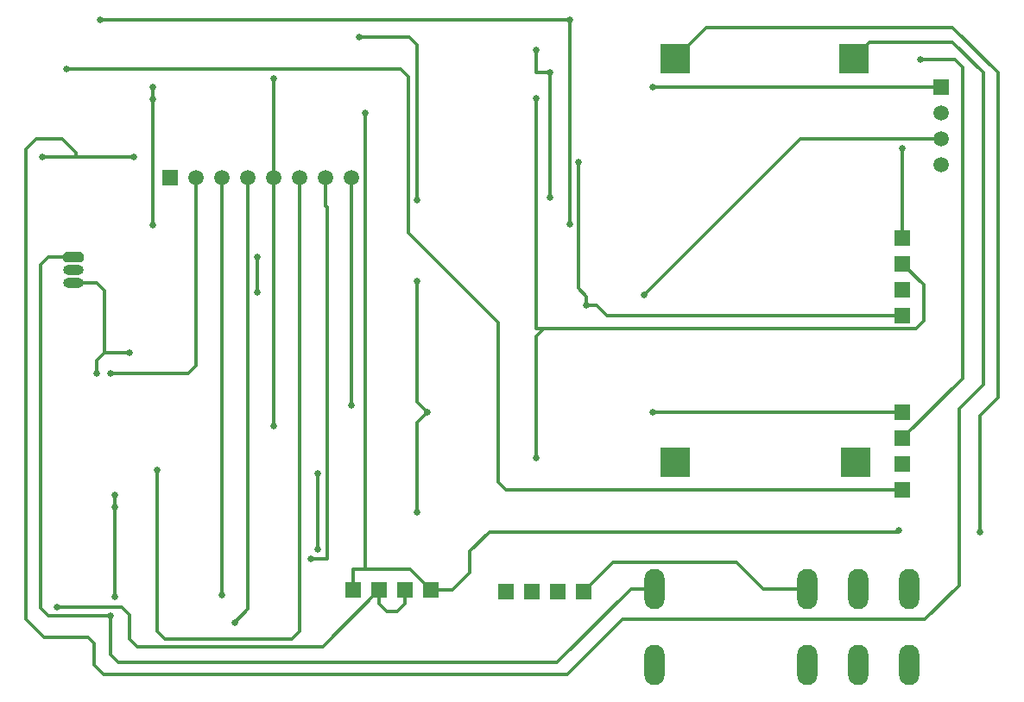
<source format=gbr>
G04 DipTrace 2.4.0.2*
%INBottom.gbr*%
%MOMM*%
%ADD12C,0.38*%
%ADD18R,1.5X1.5*%
%ADD19C,1.5*%
%ADD20O,1.981X3.981*%
%ADD23O,2.0X1.0*%
%ADD27R,3.0X3.0*%
%ADD28C,0.635*%
%FSLAX53Y53*%
G04*
G71*
G90*
G75*
G01*
%LNBottom*%
%LPD*%
X102118Y56042D2*
D12*
X73154D1*
X72174Y57023D1*
X71159D1*
Y57910D1*
X70372Y58697D1*
Y71096D1*
X66237Y77310D2*
Y54766D1*
X66281Y54722D1*
X66997D1*
X103438D1*
X104198Y55482D1*
Y59042D1*
X102118Y61122D1*
X66237Y42086D2*
Y53962D1*
X66997Y54722D1*
X36656Y25877D2*
X37976Y27197D1*
Y69537D1*
X24467Y50322D2*
X32136D1*
X32896Y51082D1*
Y69537D1*
X35436Y28612D2*
Y69537D1*
X24889Y38400D2*
Y37180D1*
Y28412D1*
X48136Y47233D2*
Y69537D1*
X44091Y32161D2*
X45696D1*
Y66647D1*
X45596Y66748D1*
Y69537D1*
X43056D2*
Y25039D1*
X42296Y24279D1*
X29842D1*
X29082Y25039D1*
Y40837D1*
X40516Y79313D2*
Y69537D1*
Y45147D1*
X48296Y29052D2*
Y31132D1*
X49456D1*
X53836D1*
X55916Y29052D1*
X49456Y31132D2*
Y75897D1*
X55916Y29052D2*
X57981D1*
X59728Y30798D1*
Y32862D1*
X61633Y34768D1*
X101642D1*
X101801Y34926D1*
X109739Y34768D2*
Y46199D1*
X111486Y47945D1*
Y79857D1*
X107040Y84303D1*
X82908D1*
X79891Y81286D1*
X17813Y71618D2*
X21054D1*
X26738D1*
X21054D2*
Y72012D1*
X19718Y73348D1*
X17178D1*
X16226Y72395D1*
Y26194D1*
X17972Y24448D1*
X22259D1*
X22894Y23813D1*
Y21749D1*
X23846Y20796D1*
X69254D1*
X74652Y26194D1*
X104341D1*
X107675Y29528D1*
Y46834D1*
X110057Y49215D1*
Y79857D1*
X107040Y82874D1*
X98943D1*
X97355Y81286D1*
X19261Y27399D2*
X25573D1*
X26333Y26639D1*
Y24279D1*
X27093Y23519D1*
X45303D1*
X50836Y29052D1*
Y27732D1*
X51596Y26972D1*
X52616D1*
X53376Y27732D1*
Y29052D1*
X23147Y50322D2*
Y51625D1*
X23907Y52385D1*
Y58458D1*
X23147Y59218D1*
X20830D1*
X23907Y52385D2*
X26370D1*
X20830Y61758D2*
X18373D1*
X17613Y60998D1*
Y27272D1*
X18373Y26512D1*
X24500D1*
Y22759D1*
X25260Y21999D1*
X68295D1*
X75507Y29211D1*
X77827D1*
X105929Y78428D2*
X77694D1*
X76806Y58038D2*
X92117Y73348D1*
X105929D1*
X54575Y59410D2*
Y47531D1*
X55590Y46516D1*
X54575Y45501D1*
Y36673D1*
X48878Y83352D2*
X53815D1*
X54575Y82592D1*
Y67330D1*
X67579Y67654D2*
Y79857D1*
X66237D1*
Y82065D1*
X28618Y78482D2*
Y77262D1*
Y64901D1*
X23427Y85097D2*
X69485D1*
Y64962D1*
X20179Y80200D2*
X52928D1*
X53688Y79440D1*
Y64141D1*
X62518Y55311D1*
Y39656D1*
X63278Y38896D1*
X102118D1*
X103893Y81123D2*
X107249D1*
X108009Y80363D1*
Y49866D1*
X102118Y43976D1*
X77694Y46516D2*
X102118D1*
X92839Y29211D2*
X88460D1*
X85900Y31771D1*
X73719D1*
X70841Y28893D1*
X102118Y63662D2*
Y72461D1*
X44809Y40530D2*
Y33048D1*
X38863Y58317D2*
Y61781D1*
D28*
X70372Y71096D3*
X71159Y57023D3*
X66237Y77310D3*
Y42086D3*
X36656Y25877D3*
X24467Y50322D3*
X35436Y28612D3*
X24889Y37180D3*
Y28412D3*
Y38400D3*
X48136Y47233D3*
X44091Y32161D3*
X29082Y40837D3*
X40516Y45147D3*
Y79313D3*
X49456Y75897D3*
X26738Y71618D3*
X17813D3*
X19261Y27399D3*
X23147Y50322D3*
X26370Y52385D3*
X24500Y26512D3*
X77694Y78428D3*
X76806Y58038D3*
X55590Y46516D3*
X54575Y59410D3*
Y36673D3*
Y67330D3*
X48878Y83352D3*
X66237Y82065D3*
X67579Y67654D3*
Y79857D3*
X28618Y64901D3*
Y78482D3*
Y77262D3*
X69485Y64962D3*
X23427Y85097D3*
X69485D3*
X20179Y80200D3*
X103893Y81123D3*
X77694Y46516D3*
X102118Y72461D3*
X44809Y33048D3*
Y40530D3*
X38863Y61781D3*
Y58317D3*
X101801Y34926D3*
X109739Y34768D3*
D18*
X102118Y38896D3*
Y41436D3*
Y43976D3*
Y46516D3*
Y56042D3*
Y58582D3*
Y61122D3*
Y63662D3*
X48296Y29052D3*
X50836D3*
X53376D3*
X55916D3*
X63220Y28893D3*
X65760D3*
X68300D3*
X70841D3*
X105929Y78428D3*
D19*
Y75888D3*
Y73348D3*
Y70808D3*
D20*
X77827Y29211D3*
Y21718D3*
X92839Y29211D3*
X97817D3*
X102821D3*
X92839Y21718D3*
X97817D3*
X102821D3*
G36*
X20080Y62258D2*
X19830Y62008D1*
Y61508D1*
X20080Y61258D1*
X21580D1*
X21830Y61508D1*
Y62008D1*
X21580Y62258D1*
X20080D1*
X19830Y62008D1*
Y61508D1*
X20080Y61258D1*
X21580D1*
X21830Y61508D1*
Y62008D1*
X21580Y62258D1*
X20080D1*
X19830Y62008D1*
Y61508D1*
X20080Y61258D1*
X21580D1*
X21830Y61508D1*
Y62008D1*
X21580Y62258D1*
X20080D1*
G37*
D23*
X20830Y60488D3*
Y59218D3*
D18*
X30356Y69537D3*
D19*
X32896D3*
X35436D3*
X37976D3*
X40516D3*
X43056D3*
X45596D3*
X48136D3*
D27*
X79891Y41595D3*
Y81286D3*
X97355D3*
X97514Y41595D3*
M02*

</source>
